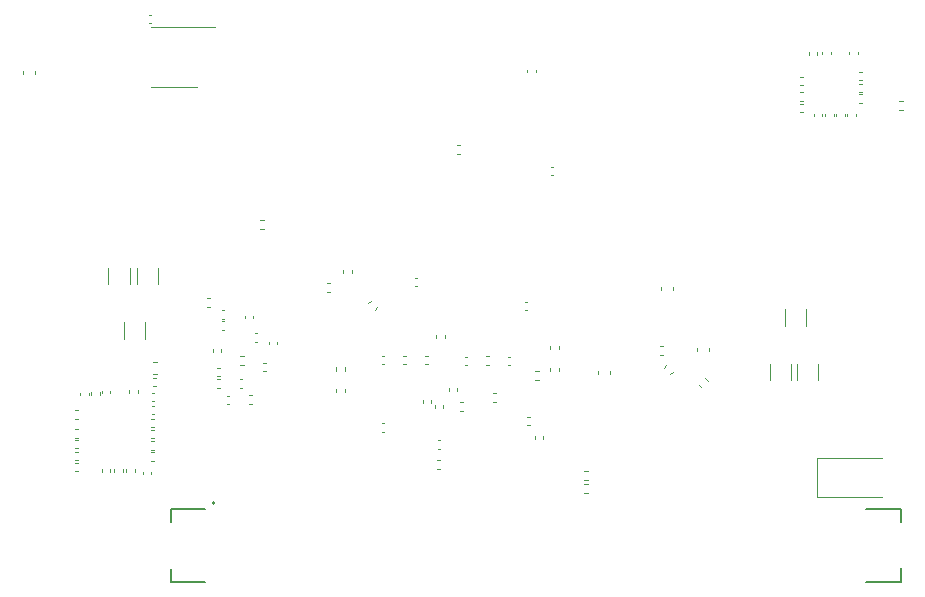
<source format=gbr>
%TF.GenerationSoftware,KiCad,Pcbnew,7.99.0-3539-g7abe2e3ea0*%
%TF.CreationDate,2023-11-26T19:50:55+01:00*%
%TF.ProjectId,SBC,5342432e-6b69-4636-9164-5f7063625858,rev?*%
%TF.SameCoordinates,Original*%
%TF.FileFunction,Legend,Bot*%
%TF.FilePolarity,Positive*%
%FSLAX46Y46*%
G04 Gerber Fmt 4.6, Leading zero omitted, Abs format (unit mm)*
G04 Created by KiCad (PCBNEW 7.99.0-3539-g7abe2e3ea0) date 2023-11-26 19:50:55*
%MOMM*%
%LPD*%
G01*
G04 APERTURE LIST*
%ADD10C,0.120000*%
%ADD11C,0.127000*%
%ADD12C,0.200000*%
G04 APERTURE END LIST*
D10*
%TO.C,C141*%
X93305481Y-114457036D02*
X93305481Y-114241364D01*
X94025481Y-114457036D02*
X94025481Y-114241364D01*
%TO.C,R36*%
X85940000Y-111744041D02*
X85940000Y-111436759D01*
X86700000Y-111744041D02*
X86700000Y-111436759D01*
%TO.C,C5*%
X125501298Y-88197528D02*
X125285626Y-88197528D01*
X125501298Y-88917528D02*
X125285626Y-88917528D01*
%TO.C,R50*%
X107273641Y-121350400D02*
X106966359Y-121350400D01*
X107273641Y-122110400D02*
X106966359Y-122110400D01*
%TO.C,R61*%
X78903641Y-113845000D02*
X78596359Y-113845000D01*
X78903641Y-114605000D02*
X78596359Y-114605000D01*
%TO.C,C257*%
X77817164Y-112465000D02*
X78032836Y-112465000D01*
X77817164Y-113185000D02*
X78032836Y-113185000D01*
%TO.C,C10*%
X129283462Y-89999692D02*
X129283462Y-90215364D01*
X130003462Y-89999692D02*
X130003462Y-90215364D01*
D11*
%TO.C,J1*%
X72015481Y-123445014D02*
X72015481Y-124545014D01*
X72015481Y-128545014D02*
X72015481Y-129645014D01*
X72015481Y-129645014D02*
X74915481Y-129645014D01*
X74915481Y-123445014D02*
X72015481Y-123445014D01*
X133815481Y-123445014D02*
X130815481Y-123445014D01*
X133815481Y-123445014D02*
X133815481Y-124545014D01*
X133815481Y-128445014D02*
X133815481Y-129645014D01*
X133815481Y-129645014D02*
X130815481Y-129645014D01*
D12*
X75690481Y-122945014D02*
G75*
G02*
X75690481Y-122945014I-100000J0D01*
G01*
D10*
%TO.C,R37*%
X86540000Y-103201759D02*
X86540000Y-103509041D01*
X87300000Y-103201759D02*
X87300000Y-103509041D01*
%TO.C,C281*%
X70527836Y-115820400D02*
X70312164Y-115820400D01*
X70527836Y-116540400D02*
X70312164Y-116540400D01*
%TO.C,R80*%
X68167981Y-120359055D02*
X68167981Y-120051773D01*
X68927981Y-120359055D02*
X68927981Y-120051773D01*
%TO.C,R59*%
X133952103Y-88945028D02*
X133644821Y-88945028D01*
X133952103Y-89705028D02*
X133644821Y-89705028D01*
%TO.C,C187*%
X85473317Y-104335014D02*
X85257645Y-104335014D01*
X85473317Y-105055014D02*
X85257645Y-105055014D01*
%TO.C,C12*%
X129433462Y-84977864D02*
X129433462Y-84762192D01*
X130153462Y-84977864D02*
X130153462Y-84762192D01*
%TO.C,C268*%
X63887164Y-115095400D02*
X64102836Y-115095400D01*
X63887164Y-115815400D02*
X64102836Y-115815400D01*
%TO.C,C229*%
X108127513Y-112067461D02*
X108127513Y-111786301D01*
X109147513Y-112067461D02*
X109147513Y-111786301D01*
%TO.C,R57*%
X104084400Y-111815241D02*
X104084400Y-111507959D01*
X104844400Y-111815241D02*
X104844400Y-111507959D01*
%TO.C,R62*%
X77856359Y-110512900D02*
X78163641Y-110512900D01*
X77856359Y-111272900D02*
X78163641Y-111272900D01*
%TO.C,C177*%
X94452400Y-108955436D02*
X94452400Y-108739764D01*
X95172400Y-108955436D02*
X95172400Y-108739764D01*
%TO.C,C133*%
X101959869Y-105914790D02*
X102175541Y-105914790D01*
X101959869Y-106634790D02*
X102175541Y-106634790D01*
%TO.C,C254*%
X79092164Y-108570400D02*
X79307836Y-108570400D01*
X79092164Y-109290400D02*
X79307836Y-109290400D01*
%TO.C,R58*%
X104084400Y-109935641D02*
X104084400Y-109628359D01*
X104844400Y-109935641D02*
X104844400Y-109628359D01*
%TO.C,C258*%
X75560000Y-109922564D02*
X75560000Y-110138236D01*
X76280000Y-109922564D02*
X76280000Y-110138236D01*
%TO.C,C7*%
X126433462Y-89999692D02*
X126433462Y-90215364D01*
X127153462Y-89999692D02*
X127153462Y-90215364D01*
%TO.C,C109*%
X95505481Y-113237178D02*
X95505481Y-113452850D01*
X96225481Y-113237178D02*
X96225481Y-113452850D01*
%TO.C,C6*%
X125501298Y-89147528D02*
X125285626Y-89147528D01*
X125501298Y-89867528D02*
X125285626Y-89867528D01*
%TO.C,C248*%
X79883102Y-99015014D02*
X79547860Y-99015014D01*
X79883102Y-99775014D02*
X79547860Y-99775014D01*
%TO.C,U17*%
X70302481Y-82613014D02*
X72252481Y-82613014D01*
X70302481Y-87733014D02*
X72252481Y-87733014D01*
X74202481Y-87733014D02*
X72252481Y-87733014D01*
X75702481Y-82613014D02*
X72252481Y-82613014D01*
%TO.C,C256*%
X79822164Y-111065000D02*
X80037836Y-111065000D01*
X79822164Y-111785000D02*
X80037836Y-111785000D01*
%TO.C,C2*%
X127133462Y-84977864D02*
X127133462Y-84762192D01*
X127853462Y-84977864D02*
X127853462Y-84762192D01*
%TO.C,C280*%
X70577836Y-113620400D02*
X70362164Y-113620400D01*
X70577836Y-114340400D02*
X70362164Y-114340400D01*
%TO.C,C41*%
X124983462Y-112581280D02*
X124983462Y-111158776D01*
X126803462Y-112581280D02*
X126803462Y-111158776D01*
%TO.C,C273*%
X70727836Y-112332900D02*
X70512164Y-112332900D01*
X70727836Y-113052900D02*
X70512164Y-113052900D01*
%TO.C,C13*%
X130285626Y-88347528D02*
X130501298Y-88347528D01*
X130285626Y-89067528D02*
X130501298Y-89067528D01*
%TO.C,C269*%
X63887164Y-118620400D02*
X64102836Y-118620400D01*
X63887164Y-119340400D02*
X64102836Y-119340400D01*
%TO.C,C166*%
X91901519Y-110487139D02*
X91685847Y-110487139D01*
X91901519Y-111207139D02*
X91685847Y-111207139D01*
%TO.C,C146*%
X92848317Y-103885014D02*
X92632645Y-103885014D01*
X92848317Y-104605014D02*
X92632645Y-104605014D01*
%TO.C,C286*%
X70577836Y-114720400D02*
X70362164Y-114720400D01*
X70577836Y-115440400D02*
X70362164Y-115440400D01*
%TO.C,D1*%
X126736481Y-119112414D02*
X126736481Y-122412414D01*
X132246481Y-119112414D02*
X126736481Y-119112414D01*
X132246481Y-122412414D02*
X126736481Y-122412414D01*
%TO.C,C129*%
X102155481Y-86287178D02*
X102155481Y-86502850D01*
X102875481Y-86287178D02*
X102875481Y-86502850D01*
%TO.C,C283*%
X66160000Y-120293250D02*
X66160000Y-120077578D01*
X66880000Y-120293250D02*
X66880000Y-120077578D01*
%TO.C,C284*%
X65260000Y-113585064D02*
X65260000Y-113800736D01*
X65980000Y-113585064D02*
X65980000Y-113800736D01*
%TO.C,C67*%
X68010000Y-109041652D02*
X68010000Y-107619148D01*
X69830000Y-109041652D02*
X69830000Y-107619148D01*
%TO.C,C130*%
X98914816Y-110521080D02*
X98699144Y-110521080D01*
X98914816Y-111241080D02*
X98699144Y-111241080D01*
%TO.C,C253*%
X76157836Y-111515000D02*
X75942164Y-111515000D01*
X76157836Y-112235000D02*
X75942164Y-112235000D01*
%TO.C,C15*%
X126008462Y-85007864D02*
X126008462Y-84792192D01*
X126728462Y-85007864D02*
X126728462Y-84792192D01*
%TO.C,C278*%
X69610000Y-120538236D02*
X69610000Y-120322564D01*
X70330000Y-120538236D02*
X70330000Y-120322564D01*
%TO.C,C276*%
X64310000Y-113622564D02*
X64310000Y-113838236D01*
X65030000Y-113622564D02*
X65030000Y-113838236D01*
%TO.C,R34*%
X102864640Y-111756614D02*
X103171922Y-111756614D01*
X102864640Y-112516614D02*
X103171922Y-112516614D01*
%TO.C,C126*%
X94355481Y-114902850D02*
X94355481Y-114687178D01*
X95075481Y-114902850D02*
X95075481Y-114687178D01*
%TO.C,C144*%
X100739171Y-110557414D02*
X100523499Y-110557414D01*
X100739171Y-111277414D02*
X100523499Y-111277414D01*
%TO.C,R38*%
X85940000Y-113286759D02*
X85940000Y-113594041D01*
X86700000Y-113286759D02*
X86700000Y-113594041D01*
%TO.C,C43*%
X123968462Y-106558776D02*
X123968462Y-107981280D01*
X125788462Y-106558776D02*
X125788462Y-107981280D01*
%TO.C,C282*%
X70527836Y-117720400D02*
X70312164Y-117720400D01*
X70527836Y-118440400D02*
X70312164Y-118440400D01*
%TO.C,C259*%
X76742164Y-113865000D02*
X76957836Y-113865000D01*
X76742164Y-114585000D02*
X76957836Y-114585000D01*
%TO.C,R51*%
X113696504Y-109684729D02*
X113389222Y-109684729D01*
X113696504Y-110444729D02*
X113389222Y-110444729D01*
%TO.C,R60*%
X75323641Y-105612900D02*
X75016359Y-105612900D01*
X75323641Y-106372900D02*
X75016359Y-106372900D01*
%TO.C,C106*%
X104157645Y-94485014D02*
X104373317Y-94485014D01*
X104157645Y-95205014D02*
X104373317Y-95205014D01*
%TO.C,C285*%
X70527836Y-116770400D02*
X70312164Y-116770400D01*
X70527836Y-117490400D02*
X70312164Y-117490400D01*
%TO.C,C154*%
X93540031Y-110504632D02*
X93755703Y-110504632D01*
X93540031Y-111224632D02*
X93755703Y-111224632D01*
%TO.C,C36*%
X122683462Y-112581280D02*
X122683462Y-111158776D01*
X124503462Y-112581280D02*
X124503462Y-111158776D01*
%TO.C,R33*%
X116692659Y-112940460D02*
X116909940Y-113157741D01*
X117230060Y-112403059D02*
X117447341Y-112620340D01*
%TO.C,C9*%
X128333462Y-89999692D02*
X128333462Y-90215364D01*
X129053462Y-89999692D02*
X129053462Y-90215364D01*
%TO.C,C230*%
X113479400Y-104918780D02*
X113479400Y-104637620D01*
X114499400Y-104918780D02*
X114499400Y-104637620D01*
%TO.C,C250*%
X76317164Y-107565000D02*
X76532836Y-107565000D01*
X76317164Y-108285000D02*
X76532836Y-108285000D01*
%TO.C,C66*%
X69110000Y-104441652D02*
X69110000Y-103019148D01*
X70930000Y-104441652D02*
X70930000Y-103019148D01*
%TO.C,C132*%
X102377317Y-115663945D02*
X102161645Y-115663945D01*
X102377317Y-116383945D02*
X102161645Y-116383945D01*
%TO.C,C241*%
X116510000Y-110070980D02*
X116510000Y-109789820D01*
X117530000Y-110070980D02*
X117530000Y-109789820D01*
%TO.C,R39*%
X94516359Y-119312900D02*
X94823641Y-119312900D01*
X94516359Y-120072900D02*
X94823641Y-120072900D01*
%TO.C,C4*%
X125501298Y-86847528D02*
X125285626Y-86847528D01*
X125501298Y-87567528D02*
X125285626Y-87567528D01*
%TO.C,R40*%
X88920564Y-105842435D02*
X88703283Y-106059716D01*
X89457965Y-106379836D02*
X89240684Y-106597117D01*
%TO.C,C270*%
X63887164Y-117610400D02*
X64102836Y-117610400D01*
X63887164Y-118330400D02*
X64102836Y-118330400D01*
%TO.C,C105*%
X96712636Y-114427600D02*
X96496964Y-114427600D01*
X96712636Y-115147600D02*
X96496964Y-115147600D01*
%TO.C,C3*%
X130285626Y-86447528D02*
X130501298Y-86447528D01*
X130285626Y-87167528D02*
X130501298Y-87167528D01*
%TO.C,C145*%
X102798481Y-117315178D02*
X102798481Y-117530850D01*
X103518481Y-117315178D02*
X103518481Y-117530850D01*
%TO.C,C116*%
X94798317Y-117660014D02*
X94582645Y-117660014D01*
X94798317Y-118380014D02*
X94582645Y-118380014D01*
%TO.C,C271*%
X63887164Y-119545400D02*
X64102836Y-119545400D01*
X63887164Y-120265400D02*
X64102836Y-120265400D01*
%TO.C,C294*%
X70355317Y-81608014D02*
X70139645Y-81608014D01*
X70355317Y-82328014D02*
X70139645Y-82328014D01*
%TO.C,C287*%
X68464519Y-113422564D02*
X68464519Y-113638236D01*
X69184519Y-113422564D02*
X69184519Y-113638236D01*
%TO.C,C263*%
X59455481Y-86660594D02*
X59455481Y-86379434D01*
X60475481Y-86660594D02*
X60475481Y-86379434D01*
%TO.C,C8*%
X127383462Y-89999692D02*
X127383462Y-90215364D01*
X128103462Y-89999692D02*
X128103462Y-90215364D01*
%TO.C,C168*%
X90054542Y-110477857D02*
X89838870Y-110477857D01*
X90054542Y-111197857D02*
X89838870Y-111197857D01*
%TO.C,R81*%
X67167981Y-120359055D02*
X67167981Y-120051773D01*
X67927981Y-120359055D02*
X67927981Y-120051773D01*
%TO.C,C142*%
X96858279Y-110554100D02*
X97073951Y-110554100D01*
X96858279Y-111274100D02*
X97073951Y-111274100D01*
%TO.C,C275*%
X63887164Y-116690400D02*
X64102836Y-116690400D01*
X63887164Y-117410400D02*
X64102836Y-117410400D01*
%TO.C,C11*%
X130285626Y-87447528D02*
X130501298Y-87447528D01*
X130285626Y-88167528D02*
X130501298Y-88167528D01*
%TO.C,C131*%
X99268739Y-113682745D02*
X99484411Y-113682745D01*
X99268739Y-114402745D02*
X99484411Y-114402745D01*
%TO.C,C277*%
X70527836Y-118670400D02*
X70312164Y-118670400D01*
X70527836Y-119390400D02*
X70312164Y-119390400D01*
%TO.C,FB3*%
X70457221Y-110982900D02*
X70782779Y-110982900D01*
X70457221Y-112002900D02*
X70782779Y-112002900D01*
%TO.C,C252*%
X76292164Y-106615000D02*
X76507836Y-106615000D01*
X76292164Y-107335000D02*
X76507836Y-107335000D01*
%TO.C,C149*%
X96257645Y-92685014D02*
X96473317Y-92685014D01*
X96257645Y-93405014D02*
X96473317Y-93405014D01*
%TO.C,C251*%
X78240000Y-107332836D02*
X78240000Y-107117164D01*
X78960000Y-107332836D02*
X78960000Y-107117164D01*
%TO.C,R49*%
X106966359Y-120250400D02*
X107273641Y-120250400D01*
X106966359Y-121010400D02*
X107273641Y-121010400D01*
%TO.C,C117*%
X89837645Y-116185014D02*
X90053317Y-116185014D01*
X89837645Y-116905014D02*
X90053317Y-116905014D01*
%TO.C,C279*%
X66160000Y-113447564D02*
X66160000Y-113663236D01*
X66880000Y-113447564D02*
X66880000Y-113663236D01*
%TO.C,C70*%
X66710000Y-104441652D02*
X66710000Y-103019148D01*
X68530000Y-104441652D02*
X68530000Y-103019148D01*
%TO.C,C255*%
X76157836Y-112465000D02*
X75942164Y-112465000D01*
X76157836Y-113185000D02*
X75942164Y-113185000D01*
%TO.C,R52*%
X113946950Y-111301830D02*
X113729669Y-111519111D01*
X114484351Y-111839231D02*
X114267070Y-112056512D01*
%TO.C,C260*%
X80290000Y-109532836D02*
X80290000Y-109317164D01*
X81010000Y-109532836D02*
X81010000Y-109317164D01*
%TD*%
M02*

</source>
